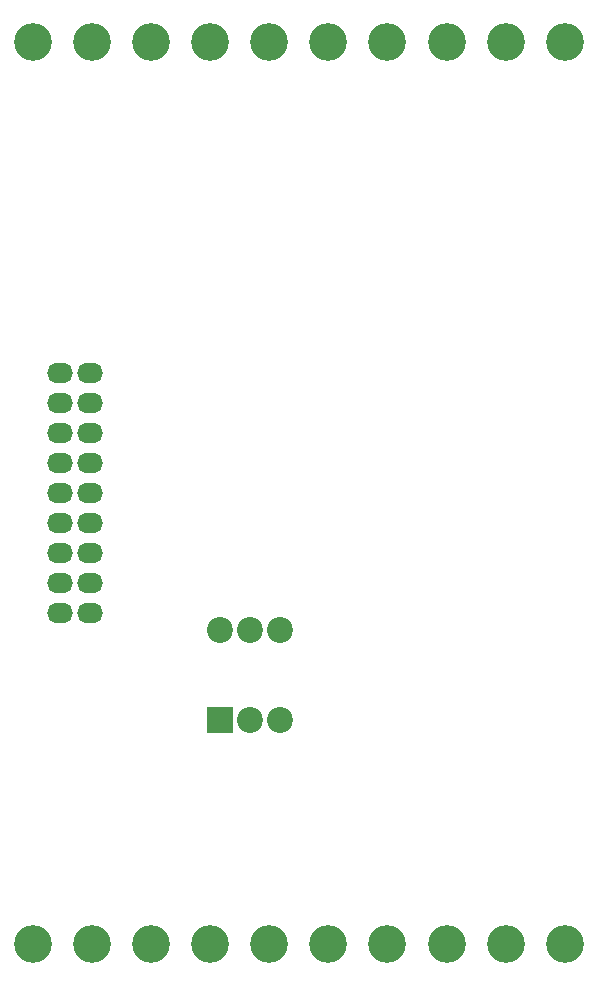
<source format=gbs>
%TF.GenerationSoftware,Novarm,DipTrace,3.3.1.2*%
%TF.CreationDate,2019-03-12T20:56:32+01:00*%
%FSLAX35Y35*%
%MOMM*%
%TF.FileFunction,Soldermask,Bot*%
%TF.Part,Single*%
%ADD46C,3.2*%
%ADD50O,2.2X1.7*%
%ADD52C,2.2*%
%ADD54R,2.2X2.2*%
G75*
G01*
%LPD*%
D54*
X5258517Y2661297D3*
D52*
X5512517D3*
X5766517D3*
Y3423297D3*
X5512517D3*
X5258567D3*
D50*
X3904967Y5600627D3*
Y5346627D3*
Y5092627D3*
Y4838627D3*
Y4584627D3*
Y4330627D3*
Y4076627D3*
Y3822627D3*
Y3568627D3*
X4158967Y5600627D3*
Y5346627D3*
Y5092627D3*
Y4838627D3*
Y4584627D3*
Y4330627D3*
Y4076627D3*
Y3822627D3*
Y3568627D3*
D46*
X3675000Y8400000D3*
X4175000D3*
X4675000D3*
X5175000D3*
X5675000D3*
X6175000D3*
X8175000Y770000D3*
X7675000D3*
X7175000D3*
X6675000D3*
X6175000D3*
X5675000D3*
X6675000Y8400000D3*
X7175000D3*
X7675000D3*
X8175000D3*
X5175000Y770000D3*
X4675000D3*
X4175000D3*
X3675000D3*
M02*

</source>
